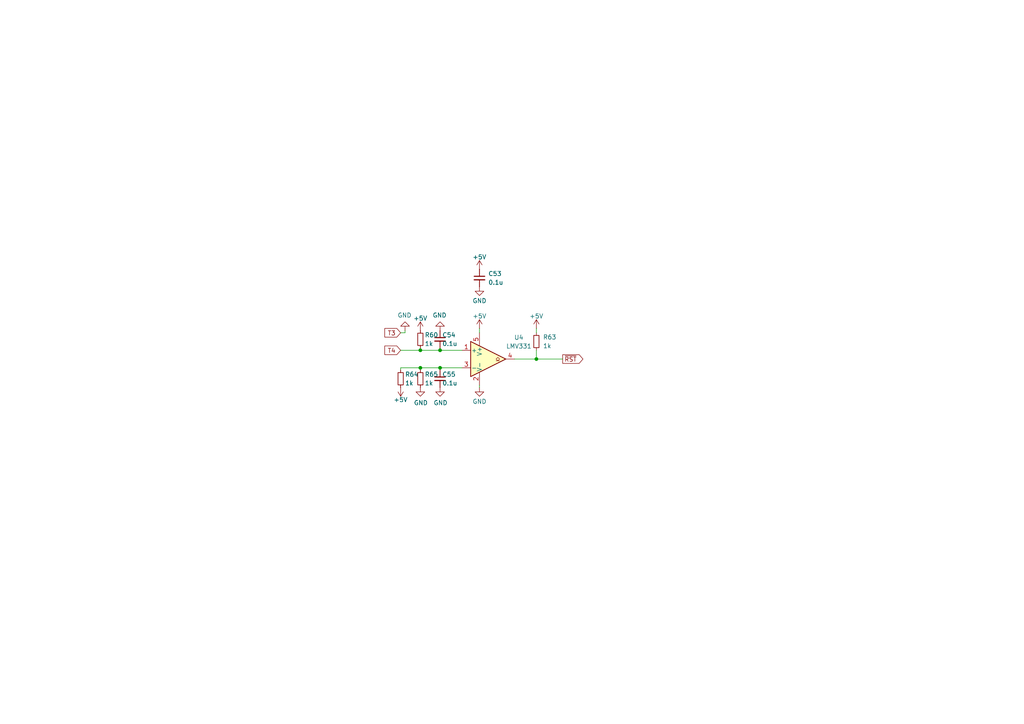
<source format=kicad_sch>
(kicad_sch (version 20231120) (generator "eeschema") (generator_version "8.0")
  (paper "A4")
  (lib_symbols
    (symbol "Comparator:LMV331" (pin_names (offset 0.127))
      (property "Reference" "U" (at 1.27 5.08 0))
      (property "Value" "LMV331" (at 3.81 -5.08 0))
      (symbol "LMV331_0_1"
        (polyline (pts (xy -5.08 5.08) (xy 5.08 0) (xy -5.08 -5.08) (xy -5.08 5.08)) (stroke (width 0.254)) (fill (type background)))
        (polyline (pts (xy 3.302 -0.508) (xy 2.794 -0.508) (xy 3.302 0) (xy 2.794 0.508) (xy 2.286 0) (xy 2.794 -0.508) (xy 2.286 -0.508)) (stroke (width 0.127)))
      )
      (symbol "LMV331_1_1"
        (pin input line (at -7.62 2.54 0) (length 2.54) (name "+") (number "1"))
        (pin power_in line (at -2.54 -7.62 90) (length 3.81) (name "V-") (number "2"))
        (pin input line (at -7.62 -2.54 0) (length 2.54) (name "-") (number "3"))
        (pin open_collector line (at 7.62 0 180) (length 2.54) (name "~") (number "4"))
        (pin power_in line (at -2.54 7.62 270) (length 3.81) (name "V+") (number "5"))
      )
    )
    (symbol "Device:C_Small" (pin_numbers hide) (pin_names (offset 0.254) hide)
      (property "Reference" "C" (at 0.254 1.778 0))
      (property "Value" "C_Small" (at 0.254 -2.032 0))
      (symbol "C_Small_0_1"
        (polyline (pts (xy -1.524 -0.508) (xy 1.524 -0.508)) (stroke (width 0.3302)))
        (polyline (pts (xy -1.524 0.508) (xy 1.524 0.508)) (stroke (width 0.3048)))
      )
      (symbol "C_Small_1_1"
        (pin passive line (at 0 2.54 270) (length 2.032) (name "~") (number "1"))
        (pin passive line (at 0 -2.54 90) (length 2.032) (name "~") (number "2"))
      )
    )
    (symbol "Device:R_Small" (pin_numbers hide) (pin_names (offset 0.254) hide)
      (property "Reference" "R" (at 0.762 0.508 0))
      (property "Value" "R_Small" (at 0.762 -1.016 0))
      (symbol "R_Small_0_1"
        (rectangle (start -0.762 1.778) (end 0.762 -1.778) (stroke (width 0.2032)))
      )
      (symbol "R_Small_1_1"
        (pin passive line (at 0 2.54 270) (length 0.762) (name "~") (number "1"))
        (pin passive line (at 0 -2.54 90) (length 0.762) (name "~") (number "2"))
      )
    )
    (symbol "power:+5V" (power) (pin_numbers hide) (pin_names (offset 0) hide)
      (property "Value" "+5V" (at 0 3.556 0))
      (symbol "+5V_0_1"
        (polyline (pts (xy -0.762 1.27) (xy 0 2.54)))
        (polyline (pts (xy 0 0) (xy 0 2.54)))
        (polyline (pts (xy 0 2.54) (xy 0.762 1.27)))
      )
      (symbol "+5V_1_1"
        (pin power_in line (at 0 0 90) (length 0) (name "~") (number "1"))
      )
    )
    (symbol "power:GND" (power) (pin_names (offset 0))
      (property "Value" "GND" (at 0 -3.81 0))
      (symbol "GND_0_1"
        (polyline (pts (xy 0 0) (xy 0 -1.27) (xy 1.27 -1.27) (xy 0 -2.54) (xy -1.27 -1.27) (xy 0 -1.27)))
      )
      (symbol "GND_1_1"
        (pin power_in line (at 0 0 270) (length 0) hide (name "GND") (number "1"))
      )
    )
  )
  (junction (at 121.92 101.6))
  (junction (at 127.635 101.6))
  (junction (at 121.92 106.68))
  (junction (at 155.575 104.14))
  (junction (at 127.635 106.68))
  (wire (pts (xy 127.635 101.6) (xy 127.635 100.965)))
  (wire (pts (xy 117.475 96.52) (xy 117.475 95.885)))
  (wire (pts (xy 133.985 101.6) (xy 127.635 101.6)))
  (wire (pts (xy 139.065 95.25) (xy 139.065 96.52)))
  (wire (pts (xy 116.205 106.68) (xy 121.92 106.68)))
  (wire (pts (xy 155.575 104.14) (xy 163.195 104.14)))
  (wire (pts (xy 121.92 106.68) (xy 127.635 106.68)))
  (wire (pts (xy 155.575 96.52) (xy 155.575 95.25)))
  (wire (pts (xy 139.065 112.395) (xy 139.065 111.76)))
  (wire (pts (xy 121.92 100.965) (xy 121.92 101.6)))
  (wire (pts (xy 116.205 106.68) (xy 116.205 107.315)))
  (wire (pts (xy 116.205 101.6) (xy 121.92 101.6)))
  (wire (pts (xy 127.635 106.68) (xy 133.985 106.68)))
  (wire (pts (xy 149.225 104.14) (xy 155.575 104.14)))
  (wire (pts (xy 127.635 107.315) (xy 127.635 106.68)))
  (wire (pts (xy 155.575 104.14) (xy 155.575 101.6)))
  (wire (pts (xy 121.92 106.68) (xy 121.92 107.315)))
  (wire (pts (xy 121.92 101.6) (xy 127.635 101.6)))
  (wire (pts (xy 116.205 96.52) (xy 117.475 96.52)))
  (global_label "~{RST}" (shape output) (at 163.195 104.14 0) (property "Intersheetrefs" "${INTERSHEET_REFS}" (effects (hide yes))))
  (global_label "T4" (shape input) (at 116.205 101.6 180) (property "Intersheetrefs" "${INTERSHEET_REFS}" (effects (hide yes))))
  (global_label "T3" (shape input) (at 116.205 96.52 180) (property "Intersheetrefs" "${INTERSHEET_REFS}" (effects (hide yes))))
  (symbol (lib_id "Device:C_Small") (at 127.635 98.425 0) (unit 1)
    (property "Reference" "C54" (at 128.27 97.155 0) (effects (justify left)))
    (property "Value" "0.1u" (at 128.27 99.695 0) (effects (justify left)))
    (property "Footprint" "Capacitor_SMD:C_0805_2012Metric_Pad1.18x1.45mm_HandSolder" (effects (hide yes)))
    (property "Description" "Unpolarized capacitor, small symbol" (effects (hide yes)))
  )
  (symbol (lib_id "power:+5V") (at 121.92 95.885 0) (unit 1)
    (property "Reference" "#PWR82" (effects (hide yes)))
    (property "Value" "+5V" (at 121.92 92.329 0))
    (property "Description" "Power symbol creates a global label with name \"+5V\"" (effects (hide yes)))
  )
  (symbol (lib_id "Device:C_Small") (at 139.065 80.645 0) (unit 1)
    (property "Reference" "C53" (at 141.605 79.3813 0) (effects (justify left)))
    (property "Value" "0.1u" (at 141.605 81.9213 0) (effects (justify left)))
    (property "Footprint" "Capacitor_SMD:C_0805_2012Metric_Pad1.18x1.45mm_HandSolder" (effects (hide yes)))
    (property "Description" "Unpolarized capacitor, small symbol" (effects (hide yes)))
  )
  (symbol (lib_id "Device:R_Small") (at 155.575 99.06 0) (unit 1)
    (property "Reference" "R63" (at 157.48 97.79 0) (effects (justify left)))
    (property "Value" "1k" (at 157.48 100.33 0) (effects (justify left)))
    (property "Footprint" "Resistor_SMD:R_0805_2012Metric_Pad1.20x1.40mm_HandSolder" (effects (hide yes)))
    (property "Description" "Resistor, small symbol" (effects (hide yes)))
  )
  (symbol (lib_id "power:GND") (at 139.065 83.185 0) (unit 1)
    (property "Reference" "#PWR075" (effects (hide yes)))
    (property "Value" "GND" (at 137.033 87.249 0) (effects (justify left)))
  )
  (symbol (lib_id "power:+5V") (at 116.205 112.395 180) (unit 1)
    (property "Reference" "#PWR84" (effects (hide yes)))
    (property "Value" "+5V" (at 116.205 115.951 0))
    (property "Description" "Power symbol creates a global label with name \"+5V\"" (effects (hide yes)))
  )
  (symbol (lib_id "Comparator:LMV331") (at 141.605 104.14 0) (unit 1)
    (property "Reference" "U4" (at 150.495 97.8805 0))
    (property "Value" "LMV331" (at 150.495 100.4205 0))
    (property "Footprint" "Package_TO_SOT_SMD:SOT-23-5_HandSoldering" (effects (hide yes)))
    (property "Datasheet" "http://www.ti.com/lit/ds/symlink/lmv331.pdf" (effects (hide yes)))
    (property "Description" "Single General-Purpose Low-Voltage Comparator, SOT-23-5/SC-70-5" (effects (hide yes)))
  )
  (symbol (lib_id "power:+5V") (at 155.575 95.25 0) (unit 1)
    (property "Reference" "#PWR79" (effects (hide yes)))
    (property "Value" "+5V" (at 155.575 91.694 0))
    (property "Description" "Power symbol creates a global label with name \"+5V\"" (effects (hide yes)))
  )
  (symbol (lib_id "Device:R_Small") (at 116.205 109.855 180) (unit 1)
    (property "Reference" "R64" (at 117.475 108.585 0) (effects (justify right)))
    (property "Value" "1k" (at 117.475 111.125 0) (effects (justify right)))
    (property "Footprint" "Resistor_SMD:R_0805_2012Metric_Pad1.20x1.40mm_HandSolder" (effects (hide yes)))
    (property "Description" "Resistor, small symbol" (effects (hide yes)))
  )
  (symbol (lib_id "Device:R_Small") (at 121.92 98.425 0) (unit 1)
    (property "Reference" "R60" (at 123.19 97.155 0) (effects (justify left)))
    (property "Value" "1k" (at 123.19 99.695 0) (effects (justify left)))
    (property "Footprint" "Resistor_SMD:R_0805_2012Metric_Pad1.20x1.40mm_HandSolder" (effects (hide yes)))
    (property "Description" "Resistor, small symbol" (effects (hide yes)))
  )
  (symbol (lib_id "Device:R_Small") (at 121.92 109.855 0) (unit 1)
    (property "Reference" "R65" (at 123.19 108.585 0) (effects (justify left)))
    (property "Value" "1k" (at 123.19 111.125 0) (effects (justify left)))
    (property "Footprint" "Resistor_SMD:R_0805_2012Metric_Pad1.20x1.40mm_HandSolder" (effects (hide yes)))
    (property "Description" "Resistor, small symbol" (effects (hide yes)))
  )
  (symbol (lib_id "power:GND") (at 139.065 112.395 0) (unit 1)
    (property "Reference" "#PWR087" (effects (hide yes)))
    (property "Value" "GND" (at 137.033 116.459 0) (effects (justify left)))
  )
  (symbol (lib_id "power:GND") (at 117.475 95.885 180) (unit 1)
    (property "Reference" "#PWR080" (effects (hide yes)))
    (property "Value" "GND" (at 119.38 91.44 0) (effects (justify left)))
  )
  (symbol (lib_id "power:GND") (at 127.635 95.885 180) (unit 1)
    (property "Reference" "#PWR083" (effects (hide yes)))
    (property "Value" "GND" (at 129.54 91.44 0) (effects (justify left)))
  )
  (symbol (lib_id "Device:C_Small") (at 127.635 109.855 0) (unit 1)
    (property "Reference" "C55" (at 128.27 108.585 0) (effects (justify left)))
    (property "Value" "0.1u" (at 128.27 111.125 0) (effects (justify left)))
    (property "Footprint" "Capacitor_SMD:C_0805_2012Metric_Pad1.18x1.45mm_HandSolder" (effects (hide yes)))
    (property "Description" "Unpolarized capacitor, small symbol" (effects (hide yes)))
  )
  (symbol (lib_id "power:+5V") (at 139.065 78.105 0) (unit 1)
    (property "Reference" "#PWR72" (effects (hide yes)))
    (property "Value" "+5V" (at 139.065 74.549 0))
    (property "Description" "Power symbol creates a global label with name \"+5V\"" (effects (hide yes)))
  )
  (symbol (lib_id "power:GND") (at 127.635 112.395 0) (unit 1)
    (property "Reference" "#PWR086" (effects (hide yes)))
    (property "Value" "GND" (at 125.73 116.84 0) (effects (justify left)))
  )
  (symbol (lib_id "power:GND") (at 121.92 112.395 0) (unit 1)
    (property "Reference" "#PWR085" (effects (hide yes)))
    (property "Value" "GND" (at 120.015 116.84 0) (effects (justify left)))
  )
  (symbol (lib_id "power:+5V") (at 139.065 95.25 0) (unit 1)
    (property "Reference" "#PWR76" (effects (hide yes)))
    (property "Value" "+5V" (at 139.065 91.694 0))
    (property "Description" "Power symbol creates a global label with name \"+5V\"" (effects (hide yes)))
  )
)
</source>
